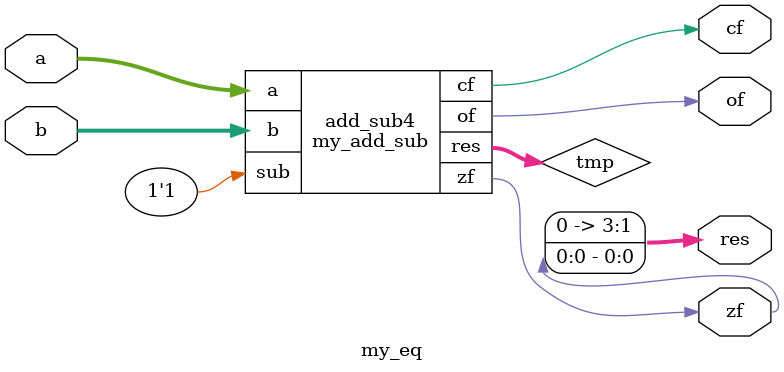
<source format=v>
module top(
	input clk,
	input rst,
	input [10:0] sw,
	output [6:0] led
);

alu alu1(
	.sel(sw[10:8]),
	.a(sw[7:4]),
	.b(sw[3:0]),
	.zf(led[6]),
	.cf(led[5]),
	.of(led[4]),
	.res(led[3:0])
);

endmodule

module alu(
	input [2:0] sel,
	input [3:0] a,
	input [3:0] b,
	output reg zf,
	output reg cf,
	output reg of,
	output reg [3:0] res
);
	
	wire [3:0] results [7:0];
	wire zfs [7:0];
	wire cfs [7:0];
	wire ofs [7:0];

	my_add_sub add_sub1(.a(a), .b(b), .sub(0), .res(results[0]), .zf(zfs[0]), .cf(cfs[0]), .of(ofs[0]));
	my_add_sub add_sub2(.a(a), .b(b), .sub(1), .res(results[1]), .zf(zfs[1]), .cf(cfs[1]), .of(ofs[1]));
	my_revert revert   (.a(a), .b(b), .res(results[2]), .zf(zfs[2]), .cf(cfs[2]), .of(ofs[2]));
	my_and		and1   (.a(a), .b(b), .res(results[3]), .zf(zfs[3]), .cf(cfs[3]), .of(ofs[3]));
	my_or		or1    (.a(a), .b(b), .res(results[4]), .zf(zfs[4]), .cf(cfs[4]), .of(ofs[4]));
	my_xor		xor1   (.a(a), .b(b), .res(results[5]), .zf(zfs[5]), .cf(cfs[5]), .of(ofs[5]));
	my_cmp		cmp    (.a(a), .b(b), .res(results[6]), .zf(zfs[6]), .cf(cfs[6]), .of(ofs[6]));
	my_eq		eq     (.a(a), .b(b), .res(results[7]), .zf(zfs[7]), .cf(cfs[7]), .of(ofs[7]));

	always @(*) begin
		case (sel)
			3'b000: begin res = results[0]; zf = zfs[0]; cf = cfs[0]; of = ofs[0];  end
			3'b001: begin res = results[1]; zf = zfs[1]; cf = cfs[1]; of = ofs[1];  end
			3'b010: begin res = results[2]; zf = zfs[2]; cf = cfs[2]; of = ofs[2];  end
			3'b011: begin res = results[3]; zf = zfs[3]; cf = cfs[3]; of = ofs[3];  end
			3'b100: begin res = results[4]; zf = zfs[4]; cf = cfs[4]; of = ofs[4];  end
			3'b101: begin res = results[5]; zf = zfs[5]; cf = cfs[5]; of = ofs[5];  end
			3'b110: begin res = results[6]; zf = zfs[6]; cf = cfs[6]; of = ofs[6];  end
			3'b111: begin res = results[7]; zf = zfs[7]; cf = cfs[7]; of = ofs[7];  end
			default: begin res = 4'b0;  zf = 0; cf = 0; of = 0; end
		endcase
	end

endmodule

module my_add_sub(
	input [3:0] a,
	input [3:0] b,
	input sub, // whether sub or add
	output [3:0] res,
	output zf, 
	output cf, 
	output of
);
	wire [3:0] b_xor;
	assign b_xor = {4{ sub }}^b;
	assign {cf,res} = a + b_xor + {{3{1'b0}}, sub};
	assign of = (a[3] == b[3]) && (res [3] != a[3]);
	assign zf = ~(| res);
endmodule


module my_revert(
	input [3:0] a,
	input [3:0] b,
	output [3:0] res,
	output zf, 
	output cf, 
	output of
);
	assign res = ~a;
	assign cf = 1;
	assign zf = ~(| res);

endmodule

module my_and(
	input [3:0] a,
	input [3:0] b,
	output [3:0] res,
	output zf, 
	output cf, 
	output of 
);
	assign res = a & b;
	assign cf = 0;
	assign of = (a[3] == b[3]) && (res [3] != a[3]);
	assign zf = ~(| res);
endmodule

module my_or(
	input [3:0] a,
	input [3:0] b,
	output [3:0] res,
	output zf, 
	output cf, 
	output of 
);
	assign res = a | b;
	assign cf = 0;
	assign of = (a[3] == b[3]) && (res [3] != a[3]);
	assign zf = ~(| res);

endmodule

module my_xor(
	input [3:0] a,
	input [3:0] b,
	output [3:0] res,
	output zf, 
	output cf, 
	output of 
);
	assign res = a ^ b;
	assign cf = 0;
	assign of = (a[3] == b[3]) && (res [3] != a[3]);
	assign zf = ~(| res);

endmodule

module my_cmp(
	input [3:0] a,
	input [3:0] b,
	output [3:0] res,
	output zf, 
	output cf, 
	output of
);
	wire [3:0] tmp;
	my_add_sub add_sub3(.a(a), .b(b), .sub(1), .res(tmp), .zf(zf), .cf(cf), .of(of));
	assign res = {3'b000, tmp[3] ^ of};
	
endmodule

module my_eq(
	input [3:0] a,
	input [3:0] b,
	output [3:0] res,
	output zf, 
	output cf, 
	output of
);

	wire [3:0] tmp;
	my_add_sub add_sub4(.a(a), .b(b), .sub(1), .res(tmp), .zf(zf), .cf(cf), .of(of));
	assign res = {3'b000, zf};
	
endmodule



</source>
